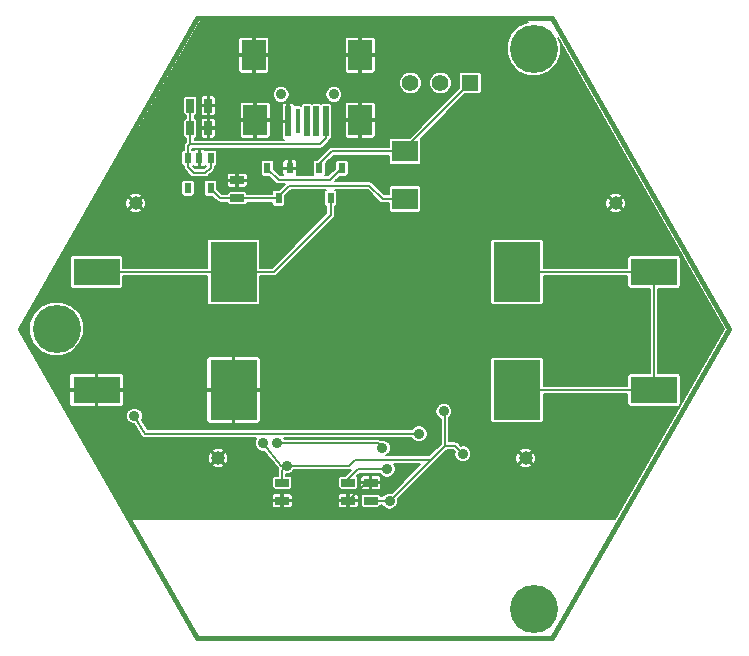
<source format=gtl>
G04 (created by PCBNEW-RS274X (2010-03-14)-final) date Fri 27 Jul 2012 10:12:24 MSK*
G01*
G70*
G90*
%MOIN*%
G04 Gerber Fmt 3.4, Leading zero omitted, Abs format*
%FSLAX34Y34*%
G04 APERTURE LIST*
%ADD10C,0.001000*%
%ADD11C,0.015000*%
%ADD12R,0.024000X0.035000*%
%ADD13R,0.025000X0.045000*%
%ADD14R,0.045000X0.025000*%
%ADD15R,0.086600X0.070900*%
%ADD16R,0.055000X0.055000*%
%ADD17C,0.055000*%
%ADD18C,0.160000*%
%ADD19R,0.157400X0.090500*%
%ADD20R,0.157400X0.200700*%
%ADD21C,0.045000*%
%ADD22R,0.019600X0.100000*%
%ADD23R,0.078700X0.098400*%
%ADD24R,0.017000X0.080000*%
%ADD25C,0.035400*%
%ADD26C,0.035000*%
%ADD27C,0.008000*%
%ADD28C,0.005000*%
G04 APERTURE END LIST*
G54D10*
G54D11*
X45400Y-39699D02*
X51305Y-29331D01*
X51305Y-50000D02*
X45400Y-39699D01*
X63116Y-50000D02*
X51305Y-50000D01*
X69022Y-39699D02*
X63116Y-50000D01*
X63116Y-29331D02*
X69022Y-39699D01*
X51305Y-29331D02*
X63116Y-29331D01*
G54D12*
X51749Y-35000D03*
X50999Y-35000D03*
X50999Y-34000D03*
X51374Y-34000D03*
X51749Y-34000D03*
G54D13*
X51074Y-33000D03*
X51674Y-33000D03*
G54D14*
X52638Y-34739D03*
X52638Y-35339D03*
G54D13*
X51674Y-32250D03*
X51074Y-32250D03*
G54D14*
X57087Y-45418D03*
X57087Y-44818D03*
G54D15*
X58228Y-33777D03*
X58228Y-35357D03*
G54D16*
X60409Y-31496D03*
G54D17*
X59409Y-31496D03*
X58409Y-31496D03*
G54D12*
X53641Y-34342D03*
X54391Y-34342D03*
X54016Y-35342D03*
X55373Y-34342D03*
X56123Y-34342D03*
X55748Y-35342D03*
G54D14*
X54134Y-45418D03*
X54134Y-44818D03*
X56338Y-45418D03*
X56338Y-44818D03*
G54D18*
X62520Y-30354D03*
X46614Y-39685D03*
X62520Y-49016D03*
G54D19*
X66535Y-37795D03*
G54D20*
X61968Y-37795D03*
G54D19*
X47953Y-37795D03*
G54D20*
X52520Y-37795D03*
G54D19*
X47953Y-41732D03*
G54D20*
X52520Y-41732D03*
G54D19*
X66535Y-41732D03*
G54D20*
X61968Y-41732D03*
G54D21*
X62250Y-44000D03*
X52000Y-44000D03*
X49250Y-35500D03*
X65250Y-35500D03*
G54D22*
X54966Y-32774D03*
X55280Y-32774D03*
X54337Y-32774D03*
G54D23*
X56737Y-30569D03*
X56737Y-32734D03*
X53195Y-30569D03*
X53234Y-32734D03*
G54D24*
X54652Y-32750D03*
G54D25*
X55855Y-31875D03*
X54102Y-31875D03*
G54D22*
X55595Y-32774D03*
G54D26*
X59527Y-42441D03*
X53504Y-43504D03*
X60157Y-43858D03*
X54291Y-44252D03*
X57716Y-45433D03*
X57598Y-32716D03*
X55709Y-45433D03*
X54764Y-45433D03*
X57638Y-44370D03*
X57480Y-43661D03*
X53976Y-43504D03*
X49213Y-42598D03*
X58701Y-43189D03*
G54D27*
X59567Y-42481D02*
X59567Y-43582D01*
X59527Y-42441D02*
X59567Y-42481D01*
X54095Y-44252D02*
X54291Y-44252D01*
X53504Y-43504D02*
X54095Y-44252D01*
X54291Y-44252D02*
X56377Y-44252D01*
X56377Y-44252D02*
X56574Y-44055D01*
X56574Y-44055D02*
X59094Y-44055D01*
X60157Y-43858D02*
X59881Y-43582D01*
X59881Y-43582D02*
X59567Y-43582D01*
X59567Y-43582D02*
X59094Y-44055D01*
X59094Y-44055D02*
X57716Y-45433D01*
X54291Y-44252D02*
X54134Y-44409D01*
X54134Y-44409D02*
X54134Y-44818D01*
X57716Y-45433D02*
X57701Y-45418D01*
X57701Y-45418D02*
X57087Y-45418D01*
X47953Y-41732D02*
X52520Y-41732D01*
X56755Y-32716D02*
X57598Y-32716D01*
X56755Y-32716D02*
X56737Y-32734D01*
X54337Y-32774D02*
X53274Y-32774D01*
X53274Y-32774D02*
X53188Y-32688D01*
X53188Y-32688D02*
X53188Y-30576D01*
X53188Y-30576D02*
X53195Y-30569D01*
X53195Y-30569D02*
X56737Y-30569D01*
X56737Y-30569D02*
X56737Y-32734D01*
X56338Y-45418D02*
X55724Y-45418D01*
X55724Y-45418D02*
X55709Y-45433D01*
X57087Y-44818D02*
X56938Y-44818D01*
X56938Y-44818D02*
X56338Y-45418D01*
X54764Y-45433D02*
X54749Y-45418D01*
X54749Y-45418D02*
X54134Y-45418D01*
X57638Y-44370D02*
X56653Y-44370D01*
X56653Y-44370D02*
X56338Y-44685D01*
X56338Y-44685D02*
X56338Y-44818D01*
X51063Y-33543D02*
X55394Y-33543D01*
X55595Y-33342D02*
X55394Y-33543D01*
X55595Y-33342D02*
X55595Y-32774D01*
X50999Y-34000D02*
X50999Y-33607D01*
X50999Y-33607D02*
X51063Y-33543D01*
X51063Y-33543D02*
X51074Y-33532D01*
X51074Y-33532D02*
X51074Y-33000D01*
X51749Y-34000D02*
X51749Y-34314D01*
X50999Y-34306D02*
X50999Y-34000D01*
X51181Y-34488D02*
X50999Y-34306D01*
X51575Y-34488D02*
X51181Y-34488D01*
X51749Y-34314D02*
X51575Y-34488D01*
X51074Y-32250D02*
X51074Y-33000D01*
X57480Y-43661D02*
X57323Y-43504D01*
X57323Y-43504D02*
X53976Y-43504D01*
X49213Y-42598D02*
X49567Y-43189D01*
X49567Y-43189D02*
X58701Y-43189D01*
X61968Y-41732D02*
X66535Y-41732D01*
X66535Y-41732D02*
X66535Y-37795D01*
X66535Y-37795D02*
X61968Y-37795D01*
X53641Y-34342D02*
X53641Y-34350D01*
X53641Y-34350D02*
X54015Y-34724D01*
X54015Y-34724D02*
X55741Y-34724D01*
X55741Y-34724D02*
X56123Y-34342D01*
X58228Y-33777D02*
X58228Y-33677D01*
X58228Y-33677D02*
X60409Y-31496D01*
X55373Y-34342D02*
X55373Y-34193D01*
X55373Y-34193D02*
X55789Y-33777D01*
X55789Y-33777D02*
X58228Y-33777D01*
X47953Y-37795D02*
X52520Y-37795D01*
X52520Y-37795D02*
X53858Y-37795D01*
X55748Y-35342D02*
X55748Y-35905D01*
X55748Y-35905D02*
X53858Y-37795D01*
X54016Y-35342D02*
X54016Y-35276D01*
X54016Y-35276D02*
X54371Y-34921D01*
X54371Y-34921D02*
X57047Y-34921D01*
X57047Y-34921D02*
X57483Y-35357D01*
X57483Y-35357D02*
X58228Y-35357D01*
X52638Y-35339D02*
X54013Y-35339D01*
X54013Y-35339D02*
X54016Y-35342D01*
X51749Y-35000D02*
X51749Y-35017D01*
X51749Y-35017D02*
X52071Y-35339D01*
X52071Y-35339D02*
X52638Y-35339D01*
G54D10*
G36*
X65241Y-46038D02*
X68878Y-39686D01*
X63347Y-29990D01*
X63424Y-30175D01*
X63424Y-30535D01*
X63286Y-30867D01*
X63031Y-31121D01*
X62699Y-31258D01*
X62339Y-31258D01*
X62007Y-31120D01*
X61753Y-30865D01*
X61616Y-30533D01*
X61616Y-30173D01*
X61754Y-29841D01*
X62009Y-29587D01*
X62326Y-29456D01*
X51386Y-29456D01*
X45543Y-39699D01*
X46433Y-41252D01*
X46433Y-40589D01*
X46101Y-40451D01*
X45847Y-40196D01*
X45710Y-39864D01*
X45710Y-39504D01*
X45848Y-39172D01*
X46103Y-38918D01*
X46435Y-38781D01*
X46795Y-38781D01*
X47127Y-38919D01*
X47381Y-39174D01*
X47518Y-39506D01*
X47518Y-39866D01*
X47380Y-40198D01*
X47125Y-40452D01*
X46793Y-40589D01*
X46433Y-40589D01*
X46433Y-41252D01*
X47141Y-42488D01*
X47141Y-42309D01*
X47095Y-42290D01*
X47060Y-42255D01*
X47041Y-42209D01*
X47041Y-41788D01*
X47072Y-41757D01*
X47072Y-41707D01*
X47041Y-41676D01*
X47041Y-41255D01*
X47060Y-41209D01*
X47095Y-41174D01*
X47141Y-41155D01*
X47897Y-41155D01*
X47928Y-41186D01*
X47928Y-41707D01*
X47072Y-41707D01*
X47072Y-41757D01*
X47928Y-41757D01*
X47928Y-42278D01*
X47897Y-42309D01*
X47141Y-42309D01*
X47141Y-42488D01*
X48009Y-44003D01*
X48009Y-42309D01*
X47978Y-42278D01*
X47978Y-41757D01*
X47978Y-41707D01*
X47978Y-41186D01*
X48009Y-41155D01*
X48765Y-41155D01*
X48811Y-41174D01*
X48846Y-41209D01*
X48865Y-41255D01*
X48865Y-41676D01*
X48834Y-41707D01*
X47978Y-41707D01*
X47978Y-41757D01*
X48834Y-41757D01*
X48865Y-41788D01*
X48865Y-42209D01*
X48846Y-42255D01*
X48811Y-42290D01*
X48765Y-42309D01*
X48009Y-42309D01*
X48009Y-44003D01*
X49174Y-46038D01*
X51757Y-46038D01*
X51757Y-44207D01*
X51703Y-44185D01*
X51658Y-44078D01*
X51655Y-43942D01*
X51703Y-43815D01*
X51757Y-43793D01*
X51965Y-44000D01*
X51757Y-44207D01*
X51757Y-46038D01*
X51942Y-46038D01*
X51942Y-44345D01*
X51815Y-44297D01*
X51793Y-44243D01*
X52000Y-44035D01*
X52000Y-43965D01*
X51793Y-43757D01*
X51815Y-43703D01*
X51922Y-43658D01*
X52058Y-43655D01*
X52185Y-43703D01*
X52207Y-43757D01*
X52000Y-43965D01*
X52000Y-44035D01*
X52207Y-44243D01*
X52185Y-44297D01*
X52078Y-44342D01*
X51942Y-44345D01*
X51942Y-46038D01*
X52243Y-46038D01*
X52243Y-44207D01*
X52035Y-44000D01*
X52243Y-43793D01*
X52297Y-43815D01*
X52342Y-43922D01*
X52345Y-44058D01*
X52297Y-44185D01*
X52243Y-44207D01*
X52243Y-46038D01*
X53884Y-46038D01*
X53884Y-45668D01*
X53838Y-45649D01*
X53803Y-45614D01*
X53784Y-45568D01*
X53784Y-45474D01*
X53815Y-45443D01*
X53815Y-45393D01*
X53784Y-45362D01*
X53784Y-45268D01*
X53803Y-45222D01*
X53838Y-45187D01*
X53884Y-45168D01*
X54078Y-45168D01*
X54109Y-45199D01*
X54109Y-45393D01*
X53815Y-45393D01*
X53815Y-45443D01*
X54109Y-45443D01*
X54109Y-45637D01*
X54078Y-45668D01*
X53884Y-45668D01*
X53884Y-46038D01*
X54190Y-46038D01*
X54190Y-45668D01*
X54159Y-45637D01*
X54159Y-45443D01*
X54159Y-45393D01*
X54159Y-45199D01*
X54190Y-45168D01*
X54384Y-45168D01*
X54430Y-45187D01*
X54465Y-45222D01*
X54484Y-45268D01*
X54484Y-45362D01*
X54453Y-45393D01*
X54159Y-45393D01*
X54159Y-45443D01*
X54453Y-45443D01*
X54484Y-45474D01*
X54484Y-45568D01*
X54465Y-45614D01*
X54430Y-45649D01*
X54384Y-45668D01*
X54190Y-45668D01*
X54190Y-46038D01*
X56088Y-46038D01*
X56088Y-45668D01*
X56042Y-45649D01*
X56007Y-45614D01*
X55988Y-45568D01*
X55988Y-45474D01*
X56019Y-45443D01*
X56019Y-45393D01*
X55988Y-45362D01*
X55988Y-45268D01*
X56007Y-45222D01*
X56042Y-45187D01*
X56088Y-45168D01*
X56282Y-45168D01*
X56313Y-45199D01*
X56313Y-45393D01*
X56019Y-45393D01*
X56019Y-45443D01*
X56313Y-45443D01*
X56313Y-45637D01*
X56282Y-45668D01*
X56088Y-45668D01*
X56088Y-46038D01*
X56394Y-46038D01*
X56394Y-45668D01*
X56363Y-45637D01*
X56363Y-45443D01*
X56363Y-45393D01*
X56363Y-45199D01*
X56394Y-45168D01*
X56588Y-45168D01*
X56634Y-45187D01*
X56669Y-45222D01*
X56688Y-45268D01*
X56688Y-45362D01*
X56657Y-45393D01*
X56363Y-45393D01*
X56363Y-45443D01*
X56657Y-45443D01*
X56688Y-45474D01*
X56688Y-45568D01*
X56669Y-45614D01*
X56634Y-45649D01*
X56588Y-45668D01*
X56394Y-45668D01*
X56394Y-46038D01*
X57660Y-46038D01*
X57660Y-45713D01*
X57557Y-45670D01*
X57478Y-45591D01*
X57466Y-45563D01*
X57417Y-45563D01*
X57417Y-45564D01*
X57401Y-45602D01*
X57372Y-45632D01*
X57333Y-45648D01*
X56841Y-45648D01*
X56803Y-45632D01*
X56773Y-45603D01*
X56757Y-45564D01*
X56757Y-45272D01*
X56773Y-45234D01*
X56802Y-45204D01*
X56837Y-45189D01*
X56837Y-45068D01*
X56791Y-45049D01*
X56756Y-45014D01*
X56737Y-44968D01*
X56737Y-44874D01*
X56768Y-44843D01*
X56768Y-44793D01*
X56737Y-44762D01*
X56737Y-44668D01*
X56756Y-44622D01*
X56791Y-44587D01*
X56837Y-44568D01*
X57031Y-44568D01*
X57062Y-44599D01*
X57062Y-44793D01*
X56768Y-44793D01*
X56768Y-44843D01*
X57062Y-44843D01*
X57062Y-45037D01*
X57031Y-45068D01*
X56837Y-45068D01*
X56837Y-45189D01*
X56841Y-45188D01*
X57143Y-45188D01*
X57143Y-45068D01*
X57112Y-45037D01*
X57112Y-44843D01*
X57112Y-44793D01*
X57112Y-44599D01*
X57143Y-44568D01*
X57337Y-44568D01*
X57383Y-44587D01*
X57418Y-44622D01*
X57437Y-44668D01*
X57437Y-44762D01*
X57406Y-44793D01*
X57112Y-44793D01*
X57112Y-44843D01*
X57406Y-44843D01*
X57437Y-44874D01*
X57437Y-44968D01*
X57418Y-45014D01*
X57383Y-45049D01*
X57337Y-45068D01*
X57143Y-45068D01*
X57143Y-45188D01*
X57333Y-45188D01*
X57371Y-45204D01*
X57401Y-45233D01*
X57417Y-45272D01*
X57417Y-45273D01*
X57479Y-45273D01*
X57558Y-45195D01*
X57661Y-45153D01*
X57772Y-45153D01*
X57784Y-45158D01*
X58743Y-44200D01*
X57864Y-44199D01*
X57876Y-44212D01*
X57918Y-44315D01*
X57918Y-44426D01*
X57875Y-44529D01*
X57796Y-44608D01*
X57693Y-44650D01*
X57582Y-44650D01*
X57479Y-44607D01*
X57400Y-44528D01*
X57394Y-44515D01*
X56713Y-44515D01*
X56623Y-44605D01*
X56652Y-44633D01*
X56668Y-44672D01*
X56668Y-44964D01*
X56652Y-45002D01*
X56623Y-45032D01*
X56584Y-45048D01*
X56092Y-45048D01*
X56054Y-45032D01*
X56024Y-45003D01*
X56008Y-44964D01*
X56008Y-44672D01*
X56024Y-44634D01*
X56053Y-44604D01*
X56092Y-44588D01*
X56231Y-44588D01*
X56235Y-44582D01*
X56431Y-44386D01*
X56377Y-44398D01*
X56372Y-44397D01*
X54533Y-44397D01*
X54528Y-44411D01*
X54449Y-44490D01*
X54346Y-44532D01*
X54279Y-44532D01*
X54279Y-44588D01*
X54380Y-44588D01*
X54418Y-44604D01*
X54448Y-44633D01*
X54464Y-44672D01*
X54464Y-44964D01*
X54448Y-45002D01*
X54419Y-45032D01*
X54380Y-45048D01*
X53888Y-45048D01*
X53850Y-45032D01*
X53820Y-45003D01*
X53804Y-44964D01*
X53804Y-44672D01*
X53820Y-44634D01*
X53849Y-44604D01*
X53888Y-44588D01*
X53989Y-44588D01*
X53989Y-44413D01*
X53988Y-44409D01*
X53998Y-44359D01*
X53992Y-44355D01*
X53986Y-44346D01*
X53981Y-44342D01*
X53540Y-43784D01*
X53448Y-43784D01*
X53345Y-43741D01*
X53266Y-43662D01*
X53224Y-43559D01*
X53224Y-43448D01*
X53267Y-43345D01*
X53278Y-43333D01*
X49567Y-43334D01*
X49550Y-43330D01*
X49531Y-43330D01*
X49520Y-43324D01*
X49512Y-43323D01*
X49492Y-43310D01*
X49480Y-43304D01*
X49476Y-43299D01*
X49464Y-43292D01*
X49452Y-43274D01*
X49442Y-43263D01*
X49212Y-42878D01*
X49157Y-42878D01*
X49054Y-42835D01*
X48975Y-42756D01*
X48933Y-42653D01*
X48933Y-42542D01*
X48976Y-42439D01*
X49055Y-42360D01*
X49158Y-42318D01*
X49269Y-42318D01*
X49372Y-42361D01*
X49451Y-42440D01*
X49493Y-42543D01*
X49493Y-42654D01*
X49460Y-42730D01*
X49649Y-43044D01*
X51712Y-43044D01*
X51712Y-42860D01*
X51708Y-42860D01*
X51662Y-42841D01*
X51627Y-42806D01*
X51608Y-42760D01*
X51608Y-41788D01*
X51639Y-41757D01*
X51712Y-41757D01*
X51712Y-41707D01*
X51639Y-41707D01*
X51608Y-41676D01*
X51608Y-40704D01*
X51627Y-40658D01*
X51662Y-40623D01*
X51708Y-40604D01*
X51712Y-40604D01*
X51712Y-38903D01*
X51674Y-38887D01*
X51644Y-38858D01*
X51628Y-38819D01*
X51628Y-37940D01*
X48845Y-37940D01*
X48845Y-38268D01*
X48829Y-38306D01*
X48800Y-38336D01*
X48761Y-38352D01*
X47145Y-38352D01*
X47107Y-38336D01*
X47077Y-38307D01*
X47061Y-38268D01*
X47061Y-37322D01*
X47077Y-37284D01*
X47106Y-37254D01*
X47145Y-37238D01*
X48761Y-37238D01*
X48799Y-37254D01*
X48829Y-37283D01*
X48845Y-37322D01*
X48845Y-37650D01*
X49007Y-37650D01*
X49007Y-35707D01*
X48953Y-35685D01*
X48908Y-35578D01*
X48905Y-35442D01*
X48953Y-35315D01*
X49007Y-35293D01*
X49215Y-35500D01*
X49007Y-35707D01*
X49007Y-37650D01*
X49192Y-37650D01*
X49192Y-35845D01*
X49065Y-35797D01*
X49043Y-35743D01*
X49250Y-35535D01*
X49250Y-35465D01*
X49043Y-35257D01*
X49065Y-35203D01*
X49172Y-35158D01*
X49308Y-35155D01*
X49435Y-35203D01*
X49457Y-35257D01*
X49250Y-35465D01*
X49250Y-35535D01*
X49457Y-35743D01*
X49435Y-35797D01*
X49328Y-35842D01*
X49192Y-35845D01*
X49192Y-37650D01*
X49493Y-37650D01*
X49493Y-35707D01*
X49285Y-35500D01*
X49493Y-35293D01*
X49547Y-35315D01*
X49592Y-35422D01*
X49595Y-35558D01*
X49547Y-35685D01*
X49493Y-35707D01*
X49493Y-37650D01*
X50858Y-37650D01*
X50858Y-35280D01*
X50820Y-35264D01*
X50790Y-35235D01*
X50774Y-35196D01*
X50774Y-34804D01*
X50790Y-34766D01*
X50819Y-34736D01*
X50858Y-34720D01*
X51140Y-34720D01*
X51178Y-34736D01*
X51208Y-34765D01*
X51224Y-34804D01*
X51224Y-35196D01*
X51208Y-35234D01*
X51179Y-35264D01*
X51140Y-35280D01*
X50858Y-35280D01*
X50858Y-37650D01*
X51628Y-37650D01*
X51628Y-36771D01*
X51644Y-36733D01*
X51673Y-36703D01*
X51712Y-36687D01*
X53328Y-36687D01*
X53366Y-36703D01*
X53396Y-36732D01*
X53412Y-36771D01*
X53412Y-37650D01*
X53797Y-37650D01*
X55603Y-35844D01*
X55603Y-35620D01*
X55569Y-35606D01*
X55539Y-35577D01*
X55523Y-35538D01*
X55523Y-35146D01*
X55539Y-35108D01*
X55568Y-35078D01*
X55597Y-35066D01*
X54431Y-35066D01*
X54241Y-35256D01*
X54241Y-35538D01*
X54225Y-35576D01*
X54196Y-35606D01*
X54157Y-35622D01*
X53875Y-35622D01*
X53837Y-35606D01*
X53807Y-35577D01*
X53791Y-35538D01*
X53791Y-35484D01*
X52968Y-35484D01*
X52968Y-35485D01*
X52952Y-35523D01*
X52923Y-35553D01*
X52884Y-35569D01*
X52392Y-35569D01*
X52354Y-35553D01*
X52324Y-35524D01*
X52308Y-35485D01*
X52308Y-35484D01*
X52071Y-35484D01*
X52016Y-35473D01*
X51968Y-35442D01*
X51966Y-35439D01*
X51806Y-35280D01*
X51608Y-35280D01*
X51570Y-35264D01*
X51540Y-35235D01*
X51524Y-35196D01*
X51524Y-34804D01*
X51540Y-34766D01*
X51569Y-34736D01*
X51575Y-34733D01*
X51575Y-34634D01*
X51570Y-34633D01*
X51181Y-34633D01*
X51126Y-34622D01*
X51078Y-34591D01*
X51076Y-34588D01*
X50896Y-34409D01*
X50865Y-34362D01*
X50853Y-34306D01*
X50854Y-34301D01*
X50854Y-34278D01*
X50820Y-34264D01*
X50790Y-34235D01*
X50774Y-34196D01*
X50774Y-33804D01*
X50790Y-33766D01*
X50819Y-33736D01*
X50854Y-33721D01*
X50854Y-33611D01*
X50853Y-33607D01*
X50865Y-33551D01*
X50896Y-33504D01*
X50929Y-33471D01*
X50929Y-33330D01*
X50928Y-33330D01*
X50890Y-33314D01*
X50860Y-33285D01*
X50844Y-33246D01*
X50844Y-32754D01*
X50860Y-32716D01*
X50889Y-32686D01*
X50928Y-32670D01*
X50929Y-32670D01*
X50929Y-32580D01*
X50928Y-32580D01*
X50890Y-32564D01*
X50860Y-32535D01*
X50844Y-32496D01*
X50844Y-32004D01*
X50860Y-31966D01*
X50889Y-31936D01*
X50928Y-31920D01*
X51220Y-31920D01*
X51258Y-31936D01*
X51288Y-31965D01*
X51304Y-32004D01*
X51304Y-32496D01*
X51288Y-32534D01*
X51259Y-32564D01*
X51220Y-32580D01*
X51219Y-32580D01*
X51219Y-32670D01*
X51220Y-32670D01*
X51258Y-32686D01*
X51288Y-32715D01*
X51304Y-32754D01*
X51304Y-33246D01*
X51288Y-33284D01*
X51259Y-33314D01*
X51220Y-33330D01*
X51219Y-33330D01*
X51219Y-33398D01*
X51524Y-33398D01*
X51524Y-33350D01*
X51478Y-33331D01*
X51443Y-33296D01*
X51424Y-33250D01*
X51424Y-33056D01*
X51455Y-33025D01*
X51455Y-32975D01*
X51424Y-32944D01*
X51424Y-32750D01*
X51443Y-32704D01*
X51478Y-32669D01*
X51524Y-32650D01*
X51524Y-32600D01*
X51478Y-32581D01*
X51443Y-32546D01*
X51424Y-32500D01*
X51424Y-32306D01*
X51455Y-32275D01*
X51455Y-32225D01*
X51424Y-32194D01*
X51424Y-32000D01*
X51443Y-31954D01*
X51478Y-31919D01*
X51524Y-31900D01*
X51618Y-31900D01*
X51649Y-31931D01*
X51649Y-32225D01*
X51455Y-32225D01*
X51455Y-32275D01*
X51649Y-32275D01*
X51649Y-32569D01*
X51618Y-32600D01*
X51524Y-32600D01*
X51524Y-32650D01*
X51618Y-32650D01*
X51649Y-32681D01*
X51649Y-32975D01*
X51455Y-32975D01*
X51455Y-33025D01*
X51649Y-33025D01*
X51649Y-33319D01*
X51618Y-33350D01*
X51524Y-33350D01*
X51524Y-33398D01*
X51730Y-33398D01*
X51730Y-33350D01*
X51699Y-33319D01*
X51699Y-33025D01*
X51699Y-32975D01*
X51699Y-32681D01*
X51730Y-32650D01*
X51730Y-32600D01*
X51699Y-32569D01*
X51699Y-32275D01*
X51699Y-32225D01*
X51699Y-31931D01*
X51730Y-31900D01*
X51824Y-31900D01*
X51870Y-31919D01*
X51905Y-31954D01*
X51924Y-32000D01*
X51924Y-32194D01*
X51893Y-32225D01*
X51699Y-32225D01*
X51699Y-32275D01*
X51893Y-32275D01*
X51924Y-32306D01*
X51924Y-32500D01*
X51905Y-32546D01*
X51870Y-32581D01*
X51824Y-32600D01*
X51730Y-32600D01*
X51730Y-32650D01*
X51824Y-32650D01*
X51870Y-32669D01*
X51905Y-32704D01*
X51924Y-32750D01*
X51924Y-32944D01*
X51893Y-32975D01*
X51699Y-32975D01*
X51699Y-33025D01*
X51893Y-33025D01*
X51924Y-33056D01*
X51924Y-33250D01*
X51905Y-33296D01*
X51870Y-33331D01*
X51824Y-33350D01*
X51730Y-33350D01*
X51730Y-33398D01*
X52816Y-33398D01*
X52816Y-33351D01*
X52770Y-33332D01*
X52735Y-33297D01*
X52716Y-33251D01*
X52716Y-32790D01*
X52747Y-32759D01*
X52747Y-32709D01*
X52716Y-32678D01*
X52716Y-32217D01*
X52735Y-32171D01*
X52770Y-32136D01*
X52777Y-32133D01*
X52777Y-31186D01*
X52731Y-31167D01*
X52696Y-31132D01*
X52677Y-31086D01*
X52677Y-30625D01*
X52708Y-30594D01*
X52708Y-30544D01*
X52677Y-30513D01*
X52677Y-30052D01*
X52696Y-30006D01*
X52731Y-29971D01*
X52777Y-29952D01*
X53139Y-29952D01*
X53170Y-29983D01*
X53170Y-30544D01*
X52708Y-30544D01*
X52708Y-30594D01*
X53170Y-30594D01*
X53170Y-31155D01*
X53139Y-31186D01*
X52777Y-31186D01*
X52777Y-32133D01*
X52816Y-32117D01*
X53178Y-32117D01*
X53209Y-32148D01*
X53209Y-32709D01*
X52747Y-32709D01*
X52747Y-32759D01*
X53209Y-32759D01*
X53209Y-33320D01*
X53178Y-33351D01*
X52816Y-33351D01*
X52816Y-33398D01*
X53251Y-33398D01*
X53251Y-31186D01*
X53220Y-31155D01*
X53220Y-30594D01*
X53220Y-30544D01*
X53220Y-29983D01*
X53251Y-29952D01*
X53613Y-29952D01*
X53659Y-29971D01*
X53694Y-30006D01*
X53713Y-30052D01*
X53713Y-30513D01*
X53682Y-30544D01*
X53220Y-30544D01*
X53220Y-30594D01*
X53682Y-30594D01*
X53713Y-30625D01*
X53713Y-31086D01*
X53694Y-31132D01*
X53659Y-31167D01*
X53613Y-31186D01*
X53251Y-31186D01*
X53251Y-33398D01*
X53290Y-33398D01*
X53290Y-33351D01*
X53259Y-33320D01*
X53259Y-32759D01*
X53259Y-32709D01*
X53259Y-32148D01*
X53290Y-32117D01*
X53652Y-32117D01*
X53698Y-32136D01*
X53733Y-32171D01*
X53752Y-32217D01*
X53752Y-32678D01*
X53721Y-32709D01*
X53259Y-32709D01*
X53259Y-32759D01*
X53721Y-32759D01*
X53752Y-32790D01*
X53752Y-33251D01*
X53733Y-33297D01*
X53698Y-33332D01*
X53652Y-33351D01*
X53290Y-33351D01*
X53290Y-33398D01*
X54046Y-33398D01*
X54046Y-32157D01*
X53942Y-32114D01*
X53863Y-32035D01*
X53820Y-31931D01*
X53820Y-31819D01*
X53863Y-31715D01*
X53942Y-31636D01*
X54046Y-31593D01*
X54158Y-31593D01*
X54262Y-31636D01*
X54341Y-31715D01*
X54384Y-31819D01*
X54384Y-31931D01*
X54341Y-32035D01*
X54262Y-32114D01*
X54158Y-32157D01*
X54046Y-32157D01*
X54046Y-33398D01*
X54211Y-33398D01*
X54168Y-33380D01*
X54133Y-33345D01*
X54114Y-33299D01*
X54114Y-32830D01*
X54145Y-32799D01*
X54145Y-32749D01*
X54114Y-32718D01*
X54114Y-32249D01*
X54133Y-32203D01*
X54168Y-32168D01*
X54214Y-32149D01*
X54281Y-32149D01*
X54312Y-32180D01*
X54312Y-32749D01*
X54145Y-32749D01*
X54145Y-32799D01*
X54312Y-32799D01*
X54362Y-32799D01*
X54362Y-32749D01*
X54362Y-32180D01*
X54393Y-32149D01*
X54460Y-32149D01*
X54506Y-32168D01*
X54541Y-32203D01*
X54558Y-32245D01*
X54758Y-32245D01*
X54765Y-32247D01*
X54779Y-32215D01*
X54808Y-32185D01*
X54847Y-32169D01*
X55085Y-32169D01*
X55122Y-32184D01*
X55161Y-32169D01*
X55399Y-32169D01*
X55437Y-32185D01*
X55476Y-32169D01*
X55714Y-32169D01*
X55752Y-32185D01*
X55782Y-32214D01*
X55798Y-32253D01*
X55798Y-33295D01*
X55782Y-33333D01*
X55753Y-33363D01*
X55734Y-33370D01*
X55729Y-33397D01*
X55698Y-33445D01*
X55695Y-33446D01*
X55497Y-33646D01*
X55450Y-33677D01*
X55394Y-33689D01*
X55389Y-33688D01*
X51144Y-33688D01*
X51144Y-33721D01*
X51169Y-33732D01*
X51183Y-33719D01*
X51229Y-33700D01*
X51318Y-33700D01*
X51349Y-33731D01*
X51349Y-33975D01*
X51349Y-34025D01*
X51349Y-34269D01*
X51318Y-34300D01*
X51229Y-34300D01*
X51183Y-34281D01*
X51169Y-34267D01*
X51167Y-34268D01*
X51241Y-34343D01*
X51514Y-34343D01*
X51586Y-34271D01*
X51578Y-34267D01*
X51565Y-34281D01*
X51519Y-34300D01*
X51430Y-34300D01*
X51399Y-34269D01*
X51399Y-34025D01*
X51399Y-33975D01*
X51399Y-33731D01*
X51430Y-33700D01*
X51519Y-33700D01*
X51565Y-33719D01*
X51578Y-33732D01*
X51608Y-33720D01*
X51890Y-33720D01*
X51928Y-33736D01*
X51958Y-33765D01*
X51974Y-33804D01*
X51974Y-34196D01*
X51958Y-34234D01*
X51929Y-34264D01*
X51894Y-34278D01*
X51894Y-34309D01*
X51895Y-34314D01*
X51883Y-34370D01*
X51870Y-34388D01*
X51852Y-34417D01*
X51849Y-34418D01*
X51678Y-34591D01*
X51631Y-34622D01*
X51575Y-34634D01*
X51575Y-34733D01*
X51608Y-34720D01*
X51890Y-34720D01*
X51928Y-34736D01*
X51958Y-34765D01*
X51974Y-34804D01*
X51974Y-35036D01*
X52131Y-35194D01*
X52308Y-35194D01*
X52308Y-35193D01*
X52324Y-35155D01*
X52353Y-35125D01*
X52388Y-35110D01*
X52388Y-34989D01*
X52342Y-34970D01*
X52307Y-34935D01*
X52288Y-34889D01*
X52288Y-34795D01*
X52319Y-34764D01*
X52319Y-34714D01*
X52288Y-34683D01*
X52288Y-34589D01*
X52307Y-34543D01*
X52342Y-34508D01*
X52388Y-34489D01*
X52582Y-34489D01*
X52613Y-34520D01*
X52613Y-34714D01*
X52319Y-34714D01*
X52319Y-34764D01*
X52613Y-34764D01*
X52613Y-34958D01*
X52582Y-34989D01*
X52388Y-34989D01*
X52388Y-35110D01*
X52392Y-35109D01*
X52694Y-35109D01*
X52694Y-34989D01*
X52663Y-34958D01*
X52663Y-34764D01*
X52663Y-34714D01*
X52663Y-34520D01*
X52694Y-34489D01*
X52888Y-34489D01*
X52934Y-34508D01*
X52969Y-34543D01*
X52988Y-34589D01*
X52988Y-34683D01*
X52957Y-34714D01*
X52663Y-34714D01*
X52663Y-34764D01*
X52957Y-34764D01*
X52988Y-34795D01*
X52988Y-34889D01*
X52969Y-34935D01*
X52934Y-34970D01*
X52888Y-34989D01*
X52694Y-34989D01*
X52694Y-35109D01*
X52884Y-35109D01*
X52922Y-35125D01*
X52952Y-35154D01*
X52968Y-35193D01*
X52968Y-35194D01*
X53791Y-35194D01*
X53791Y-35146D01*
X53807Y-35108D01*
X53836Y-35078D01*
X53875Y-35062D01*
X54024Y-35062D01*
X54217Y-34869D01*
X54015Y-34869D01*
X54014Y-34868D01*
X54014Y-34869D01*
X54000Y-34866D01*
X53960Y-34858D01*
X53958Y-34857D01*
X53947Y-34850D01*
X53912Y-34827D01*
X53910Y-34824D01*
X53707Y-34622D01*
X53500Y-34622D01*
X53462Y-34606D01*
X53432Y-34577D01*
X53416Y-34538D01*
X53416Y-34146D01*
X53432Y-34108D01*
X53461Y-34078D01*
X53500Y-34062D01*
X53782Y-34062D01*
X53820Y-34078D01*
X53850Y-34107D01*
X53866Y-34146D01*
X53866Y-34369D01*
X54075Y-34579D01*
X54161Y-34579D01*
X54146Y-34542D01*
X54146Y-34398D01*
X54177Y-34367D01*
X54177Y-34317D01*
X54146Y-34286D01*
X54146Y-34142D01*
X54165Y-34096D01*
X54200Y-34061D01*
X54246Y-34042D01*
X54335Y-34042D01*
X54366Y-34073D01*
X54366Y-34317D01*
X54177Y-34317D01*
X54177Y-34367D01*
X54366Y-34367D01*
X54416Y-34367D01*
X54416Y-34317D01*
X54416Y-34073D01*
X54447Y-34042D01*
X54536Y-34042D01*
X54582Y-34061D01*
X54617Y-34096D01*
X54636Y-34142D01*
X54636Y-34286D01*
X54605Y-34317D01*
X54416Y-34317D01*
X54416Y-34367D01*
X54605Y-34367D01*
X54636Y-34398D01*
X54636Y-34542D01*
X54620Y-34579D01*
X55166Y-34579D01*
X55164Y-34577D01*
X55148Y-34538D01*
X55148Y-34146D01*
X55164Y-34108D01*
X55193Y-34078D01*
X55232Y-34062D01*
X55298Y-34062D01*
X55686Y-33674D01*
X55734Y-33643D01*
X55789Y-33632D01*
X55799Y-33632D01*
X55799Y-32157D01*
X55695Y-32114D01*
X55616Y-32035D01*
X55573Y-31931D01*
X55573Y-31819D01*
X55616Y-31715D01*
X55695Y-31636D01*
X55799Y-31593D01*
X55911Y-31593D01*
X56015Y-31636D01*
X56094Y-31715D01*
X56137Y-31819D01*
X56137Y-31931D01*
X56094Y-32035D01*
X56015Y-32114D01*
X55911Y-32157D01*
X55799Y-32157D01*
X55799Y-33632D01*
X56319Y-33632D01*
X56319Y-33351D01*
X56273Y-33332D01*
X56238Y-33297D01*
X56219Y-33251D01*
X56219Y-32790D01*
X56250Y-32759D01*
X56250Y-32709D01*
X56219Y-32678D01*
X56219Y-32217D01*
X56238Y-32171D01*
X56273Y-32136D01*
X56319Y-32117D01*
X56319Y-31186D01*
X56273Y-31167D01*
X56238Y-31132D01*
X56219Y-31086D01*
X56219Y-30625D01*
X56250Y-30594D01*
X56250Y-30544D01*
X56219Y-30513D01*
X56219Y-30052D01*
X56238Y-30006D01*
X56273Y-29971D01*
X56319Y-29952D01*
X56681Y-29952D01*
X56712Y-29983D01*
X56712Y-30544D01*
X56250Y-30544D01*
X56250Y-30594D01*
X56712Y-30594D01*
X56712Y-31155D01*
X56681Y-31186D01*
X56319Y-31186D01*
X56319Y-32117D01*
X56681Y-32117D01*
X56712Y-32148D01*
X56712Y-32709D01*
X56250Y-32709D01*
X56250Y-32759D01*
X56712Y-32759D01*
X56712Y-33320D01*
X56681Y-33351D01*
X56319Y-33351D01*
X56319Y-33632D01*
X56793Y-33632D01*
X56793Y-33351D01*
X56762Y-33320D01*
X56762Y-32759D01*
X56762Y-32709D01*
X56762Y-32148D01*
X56793Y-32117D01*
X56793Y-31186D01*
X56762Y-31155D01*
X56762Y-30594D01*
X56762Y-30544D01*
X56762Y-29983D01*
X56793Y-29952D01*
X57155Y-29952D01*
X57201Y-29971D01*
X57236Y-30006D01*
X57255Y-30052D01*
X57255Y-30513D01*
X57224Y-30544D01*
X56762Y-30544D01*
X56762Y-30594D01*
X57224Y-30594D01*
X57255Y-30625D01*
X57255Y-31086D01*
X57236Y-31132D01*
X57201Y-31167D01*
X57155Y-31186D01*
X56793Y-31186D01*
X56793Y-32117D01*
X57155Y-32117D01*
X57201Y-32136D01*
X57236Y-32171D01*
X57255Y-32217D01*
X57255Y-32678D01*
X57224Y-32709D01*
X56762Y-32709D01*
X56762Y-32759D01*
X57224Y-32759D01*
X57255Y-32790D01*
X57255Y-33251D01*
X57236Y-33297D01*
X57201Y-33332D01*
X57155Y-33351D01*
X56793Y-33351D01*
X56793Y-33632D01*
X57690Y-33632D01*
X57690Y-33402D01*
X57706Y-33364D01*
X57735Y-33334D01*
X57774Y-33318D01*
X58333Y-33318D01*
X58333Y-31876D01*
X58193Y-31818D01*
X58087Y-31711D01*
X58029Y-31571D01*
X58029Y-31420D01*
X58087Y-31280D01*
X58194Y-31174D01*
X58334Y-31116D01*
X58485Y-31116D01*
X58625Y-31174D01*
X58731Y-31281D01*
X58789Y-31421D01*
X58789Y-31572D01*
X58731Y-31712D01*
X58624Y-31818D01*
X58484Y-31876D01*
X58333Y-31876D01*
X58333Y-33318D01*
X58381Y-33318D01*
X59333Y-32366D01*
X59333Y-31876D01*
X59193Y-31818D01*
X59087Y-31711D01*
X59029Y-31571D01*
X59029Y-31420D01*
X59087Y-31280D01*
X59194Y-31174D01*
X59334Y-31116D01*
X59485Y-31116D01*
X59625Y-31174D01*
X59731Y-31281D01*
X59789Y-31421D01*
X59789Y-31572D01*
X59731Y-31712D01*
X59624Y-31818D01*
X59484Y-31876D01*
X59333Y-31876D01*
X59333Y-32366D01*
X60029Y-31670D01*
X60029Y-31200D01*
X60045Y-31162D01*
X60074Y-31132D01*
X60113Y-31116D01*
X60705Y-31116D01*
X60743Y-31132D01*
X60773Y-31161D01*
X60789Y-31200D01*
X60789Y-31792D01*
X60773Y-31830D01*
X60744Y-31860D01*
X60705Y-31876D01*
X60234Y-31876D01*
X58748Y-33361D01*
X58750Y-33363D01*
X58766Y-33402D01*
X58766Y-34152D01*
X58750Y-34190D01*
X58721Y-34220D01*
X58682Y-34236D01*
X57774Y-34236D01*
X57736Y-34220D01*
X57706Y-34191D01*
X57690Y-34152D01*
X57690Y-33922D01*
X55849Y-33922D01*
X55598Y-34173D01*
X55598Y-34538D01*
X55582Y-34576D01*
X55579Y-34579D01*
X55680Y-34579D01*
X55898Y-34361D01*
X55898Y-34146D01*
X55914Y-34108D01*
X55943Y-34078D01*
X55982Y-34062D01*
X56264Y-34062D01*
X56302Y-34078D01*
X56332Y-34107D01*
X56348Y-34146D01*
X56348Y-34538D01*
X56332Y-34576D01*
X56303Y-34606D01*
X56264Y-34622D01*
X56048Y-34622D01*
X55894Y-34776D01*
X57042Y-34776D01*
X57047Y-34775D01*
X57103Y-34787D01*
X57150Y-34818D01*
X57543Y-35212D01*
X57690Y-35212D01*
X57690Y-34982D01*
X57706Y-34944D01*
X57735Y-34914D01*
X57774Y-34898D01*
X58682Y-34898D01*
X58720Y-34914D01*
X58750Y-34943D01*
X58766Y-34982D01*
X58766Y-35732D01*
X58750Y-35770D01*
X58721Y-35800D01*
X58682Y-35816D01*
X57774Y-35816D01*
X57736Y-35800D01*
X57706Y-35771D01*
X57690Y-35732D01*
X57690Y-35502D01*
X57483Y-35502D01*
X57428Y-35491D01*
X57380Y-35460D01*
X57378Y-35457D01*
X56986Y-35066D01*
X55898Y-35066D01*
X55927Y-35078D01*
X55957Y-35107D01*
X55973Y-35146D01*
X55973Y-35538D01*
X55957Y-35576D01*
X55928Y-35606D01*
X55893Y-35620D01*
X55893Y-35905D01*
X55892Y-35905D01*
X55893Y-35906D01*
X55890Y-35917D01*
X55882Y-35960D01*
X55851Y-36008D01*
X55848Y-36009D01*
X53961Y-37898D01*
X53914Y-37929D01*
X53858Y-37941D01*
X53853Y-37940D01*
X53412Y-37940D01*
X53412Y-38819D01*
X53396Y-38857D01*
X53367Y-38887D01*
X53328Y-38903D01*
X51712Y-38903D01*
X51712Y-40604D01*
X52464Y-40604D01*
X52495Y-40635D01*
X52495Y-41707D01*
X51712Y-41707D01*
X51712Y-41757D01*
X52495Y-41757D01*
X52495Y-42829D01*
X52464Y-42860D01*
X51712Y-42860D01*
X51712Y-43044D01*
X52576Y-43044D01*
X52576Y-42860D01*
X52545Y-42829D01*
X52545Y-41757D01*
X52545Y-41707D01*
X52545Y-40635D01*
X52576Y-40604D01*
X53332Y-40604D01*
X53378Y-40623D01*
X53413Y-40658D01*
X53432Y-40704D01*
X53432Y-41676D01*
X53401Y-41707D01*
X52545Y-41707D01*
X52545Y-41757D01*
X53401Y-41757D01*
X53432Y-41788D01*
X53432Y-42760D01*
X53413Y-42806D01*
X53378Y-42841D01*
X53332Y-42860D01*
X52576Y-42860D01*
X52576Y-43044D01*
X58458Y-43044D01*
X58464Y-43030D01*
X58543Y-42951D01*
X58646Y-42909D01*
X58757Y-42909D01*
X58860Y-42952D01*
X58939Y-43031D01*
X58981Y-43134D01*
X58981Y-43245D01*
X58938Y-43348D01*
X58859Y-43427D01*
X58756Y-43469D01*
X58645Y-43469D01*
X58542Y-43426D01*
X58463Y-43347D01*
X58457Y-43334D01*
X54202Y-43333D01*
X54214Y-43346D01*
X54219Y-43359D01*
X57318Y-43359D01*
X57323Y-43358D01*
X57379Y-43370D01*
X57406Y-43388D01*
X57425Y-43381D01*
X57536Y-43381D01*
X57639Y-43424D01*
X57718Y-43503D01*
X57760Y-43606D01*
X57760Y-43717D01*
X57717Y-43820D01*
X57638Y-43899D01*
X57611Y-43910D01*
X59033Y-43910D01*
X59422Y-43521D01*
X59422Y-42700D01*
X59368Y-42678D01*
X59289Y-42599D01*
X59247Y-42496D01*
X59247Y-42385D01*
X59290Y-42282D01*
X59369Y-42203D01*
X59472Y-42161D01*
X59583Y-42161D01*
X59686Y-42204D01*
X59765Y-42283D01*
X59807Y-42386D01*
X59807Y-42497D01*
X59764Y-42600D01*
X59712Y-42652D01*
X59712Y-43437D01*
X59876Y-43437D01*
X59881Y-43436D01*
X59937Y-43448D01*
X59984Y-43479D01*
X60088Y-43583D01*
X60102Y-43578D01*
X60213Y-43578D01*
X60316Y-43621D01*
X60395Y-43700D01*
X60437Y-43803D01*
X60437Y-43914D01*
X60394Y-44017D01*
X60315Y-44096D01*
X60212Y-44138D01*
X60101Y-44138D01*
X59998Y-44095D01*
X59919Y-44016D01*
X59877Y-43913D01*
X59877Y-43802D01*
X59882Y-43789D01*
X59820Y-43726D01*
X59627Y-43727D01*
X59197Y-44158D01*
X59194Y-44159D01*
X57990Y-45364D01*
X57996Y-45378D01*
X57996Y-45489D01*
X57953Y-45592D01*
X57874Y-45671D01*
X57771Y-45713D01*
X57660Y-45713D01*
X57660Y-46038D01*
X61160Y-46038D01*
X61160Y-42840D01*
X61122Y-42824D01*
X61092Y-42795D01*
X61076Y-42756D01*
X61076Y-40708D01*
X61092Y-40670D01*
X61121Y-40640D01*
X61160Y-40624D01*
X62776Y-40624D01*
X62814Y-40640D01*
X62844Y-40669D01*
X62860Y-40708D01*
X62860Y-41587D01*
X65643Y-41587D01*
X65643Y-41259D01*
X65659Y-41221D01*
X65688Y-41191D01*
X65727Y-41175D01*
X66390Y-41175D01*
X66390Y-38352D01*
X65727Y-38352D01*
X65689Y-38336D01*
X65659Y-38307D01*
X65643Y-38268D01*
X65643Y-37940D01*
X62860Y-37940D01*
X62860Y-38819D01*
X62844Y-38857D01*
X62815Y-38887D01*
X62776Y-38903D01*
X61160Y-38903D01*
X61122Y-38887D01*
X61092Y-38858D01*
X61076Y-38819D01*
X61076Y-36771D01*
X61092Y-36733D01*
X61121Y-36703D01*
X61160Y-36687D01*
X62776Y-36687D01*
X62814Y-36703D01*
X62844Y-36732D01*
X62860Y-36771D01*
X62860Y-37650D01*
X65007Y-37650D01*
X65007Y-35707D01*
X64953Y-35685D01*
X64908Y-35578D01*
X64905Y-35442D01*
X64953Y-35315D01*
X65007Y-35293D01*
X65215Y-35500D01*
X65007Y-35707D01*
X65007Y-37650D01*
X65192Y-37650D01*
X65192Y-35845D01*
X65065Y-35797D01*
X65043Y-35743D01*
X65250Y-35535D01*
X65250Y-35465D01*
X65043Y-35257D01*
X65065Y-35203D01*
X65172Y-35158D01*
X65308Y-35155D01*
X65435Y-35203D01*
X65457Y-35257D01*
X65250Y-35465D01*
X65250Y-35535D01*
X65457Y-35743D01*
X65435Y-35797D01*
X65328Y-35842D01*
X65192Y-35845D01*
X65192Y-37650D01*
X65493Y-37650D01*
X65493Y-35707D01*
X65285Y-35500D01*
X65493Y-35293D01*
X65547Y-35315D01*
X65592Y-35422D01*
X65595Y-35558D01*
X65547Y-35685D01*
X65493Y-35707D01*
X65493Y-37650D01*
X65643Y-37650D01*
X65643Y-37322D01*
X65659Y-37284D01*
X65688Y-37254D01*
X65727Y-37238D01*
X67343Y-37238D01*
X67381Y-37254D01*
X67411Y-37283D01*
X67427Y-37322D01*
X67427Y-38268D01*
X67411Y-38306D01*
X67382Y-38336D01*
X67343Y-38352D01*
X66680Y-38352D01*
X66680Y-41175D01*
X67343Y-41175D01*
X67381Y-41191D01*
X67411Y-41220D01*
X67427Y-41259D01*
X67427Y-42205D01*
X67411Y-42243D01*
X67382Y-42273D01*
X67343Y-42289D01*
X65727Y-42289D01*
X65689Y-42273D01*
X65659Y-42244D01*
X65643Y-42205D01*
X65643Y-41877D01*
X62860Y-41877D01*
X62860Y-42756D01*
X62844Y-42794D01*
X62815Y-42824D01*
X62776Y-42840D01*
X61160Y-42840D01*
X61160Y-46038D01*
X62007Y-46038D01*
X62007Y-44207D01*
X61953Y-44185D01*
X61908Y-44078D01*
X61905Y-43942D01*
X61953Y-43815D01*
X62007Y-43793D01*
X62215Y-44000D01*
X62007Y-44207D01*
X62007Y-46038D01*
X62192Y-46038D01*
X62192Y-44345D01*
X62065Y-44297D01*
X62043Y-44243D01*
X62250Y-44035D01*
X62250Y-43965D01*
X62043Y-43757D01*
X62065Y-43703D01*
X62172Y-43658D01*
X62308Y-43655D01*
X62435Y-43703D01*
X62457Y-43757D01*
X62250Y-43965D01*
X62250Y-44035D01*
X62457Y-44243D01*
X62435Y-44297D01*
X62328Y-44342D01*
X62192Y-44345D01*
X62192Y-46038D01*
X62493Y-46038D01*
X62493Y-44207D01*
X62285Y-44000D01*
X62493Y-43793D01*
X62547Y-43815D01*
X62592Y-43922D01*
X62595Y-44058D01*
X62547Y-44185D01*
X62493Y-44207D01*
X62493Y-46038D01*
X65241Y-46038D01*
X65241Y-46038D01*
G37*
G54D28*
X65241Y-46038D02*
X68878Y-39686D01*
X63347Y-29990D01*
X63424Y-30175D01*
X63424Y-30535D01*
X63286Y-30867D01*
X63031Y-31121D01*
X62699Y-31258D01*
X62339Y-31258D01*
X62007Y-31120D01*
X61753Y-30865D01*
X61616Y-30533D01*
X61616Y-30173D01*
X61754Y-29841D01*
X62009Y-29587D01*
X62326Y-29456D01*
X51386Y-29456D01*
X45543Y-39699D01*
X46433Y-41252D01*
X46433Y-40589D01*
X46101Y-40451D01*
X45847Y-40196D01*
X45710Y-39864D01*
X45710Y-39504D01*
X45848Y-39172D01*
X46103Y-38918D01*
X46435Y-38781D01*
X46795Y-38781D01*
X47127Y-38919D01*
X47381Y-39174D01*
X47518Y-39506D01*
X47518Y-39866D01*
X47380Y-40198D01*
X47125Y-40452D01*
X46793Y-40589D01*
X46433Y-40589D01*
X46433Y-41252D01*
X47141Y-42488D01*
X47141Y-42309D01*
X47095Y-42290D01*
X47060Y-42255D01*
X47041Y-42209D01*
X47041Y-41788D01*
X47072Y-41757D01*
X47072Y-41707D01*
X47041Y-41676D01*
X47041Y-41255D01*
X47060Y-41209D01*
X47095Y-41174D01*
X47141Y-41155D01*
X47897Y-41155D01*
X47928Y-41186D01*
X47928Y-41707D01*
X47072Y-41707D01*
X47072Y-41757D01*
X47928Y-41757D01*
X47928Y-42278D01*
X47897Y-42309D01*
X47141Y-42309D01*
X47141Y-42488D01*
X48009Y-44003D01*
X48009Y-42309D01*
X47978Y-42278D01*
X47978Y-41757D01*
X47978Y-41707D01*
X47978Y-41186D01*
X48009Y-41155D01*
X48765Y-41155D01*
X48811Y-41174D01*
X48846Y-41209D01*
X48865Y-41255D01*
X48865Y-41676D01*
X48834Y-41707D01*
X47978Y-41707D01*
X47978Y-41757D01*
X48834Y-41757D01*
X48865Y-41788D01*
X48865Y-42209D01*
X48846Y-42255D01*
X48811Y-42290D01*
X48765Y-42309D01*
X48009Y-42309D01*
X48009Y-44003D01*
X49174Y-46038D01*
X51757Y-46038D01*
X51757Y-44207D01*
X51703Y-44185D01*
X51658Y-44078D01*
X51655Y-43942D01*
X51703Y-43815D01*
X51757Y-43793D01*
X51965Y-44000D01*
X51757Y-44207D01*
X51757Y-46038D01*
X51942Y-46038D01*
X51942Y-44345D01*
X51815Y-44297D01*
X51793Y-44243D01*
X52000Y-44035D01*
X52000Y-43965D01*
X51793Y-43757D01*
X51815Y-43703D01*
X51922Y-43658D01*
X52058Y-43655D01*
X52185Y-43703D01*
X52207Y-43757D01*
X52000Y-43965D01*
X52000Y-44035D01*
X52207Y-44243D01*
X52185Y-44297D01*
X52078Y-44342D01*
X51942Y-44345D01*
X51942Y-46038D01*
X52243Y-46038D01*
X52243Y-44207D01*
X52035Y-44000D01*
X52243Y-43793D01*
X52297Y-43815D01*
X52342Y-43922D01*
X52345Y-44058D01*
X52297Y-44185D01*
X52243Y-44207D01*
X52243Y-46038D01*
X53884Y-46038D01*
X53884Y-45668D01*
X53838Y-45649D01*
X53803Y-45614D01*
X53784Y-45568D01*
X53784Y-45474D01*
X53815Y-45443D01*
X53815Y-45393D01*
X53784Y-45362D01*
X53784Y-45268D01*
X53803Y-45222D01*
X53838Y-45187D01*
X53884Y-45168D01*
X54078Y-45168D01*
X54109Y-45199D01*
X54109Y-45393D01*
X53815Y-45393D01*
X53815Y-45443D01*
X54109Y-45443D01*
X54109Y-45637D01*
X54078Y-45668D01*
X53884Y-45668D01*
X53884Y-46038D01*
X54190Y-46038D01*
X54190Y-45668D01*
X54159Y-45637D01*
X54159Y-45443D01*
X54159Y-45393D01*
X54159Y-45199D01*
X54190Y-45168D01*
X54384Y-45168D01*
X54430Y-45187D01*
X54465Y-45222D01*
X54484Y-45268D01*
X54484Y-45362D01*
X54453Y-45393D01*
X54159Y-45393D01*
X54159Y-45443D01*
X54453Y-45443D01*
X54484Y-45474D01*
X54484Y-45568D01*
X54465Y-45614D01*
X54430Y-45649D01*
X54384Y-45668D01*
X54190Y-45668D01*
X54190Y-46038D01*
X56088Y-46038D01*
X56088Y-45668D01*
X56042Y-45649D01*
X56007Y-45614D01*
X55988Y-45568D01*
X55988Y-45474D01*
X56019Y-45443D01*
X56019Y-45393D01*
X55988Y-45362D01*
X55988Y-45268D01*
X56007Y-45222D01*
X56042Y-45187D01*
X56088Y-45168D01*
X56282Y-45168D01*
X56313Y-45199D01*
X56313Y-45393D01*
X56019Y-45393D01*
X56019Y-45443D01*
X56313Y-45443D01*
X56313Y-45637D01*
X56282Y-45668D01*
X56088Y-45668D01*
X56088Y-46038D01*
X56394Y-46038D01*
X56394Y-45668D01*
X56363Y-45637D01*
X56363Y-45443D01*
X56363Y-45393D01*
X56363Y-45199D01*
X56394Y-45168D01*
X56588Y-45168D01*
X56634Y-45187D01*
X56669Y-45222D01*
X56688Y-45268D01*
X56688Y-45362D01*
X56657Y-45393D01*
X56363Y-45393D01*
X56363Y-45443D01*
X56657Y-45443D01*
X56688Y-45474D01*
X56688Y-45568D01*
X56669Y-45614D01*
X56634Y-45649D01*
X56588Y-45668D01*
X56394Y-45668D01*
X56394Y-46038D01*
X57660Y-46038D01*
X57660Y-45713D01*
X57557Y-45670D01*
X57478Y-45591D01*
X57466Y-45563D01*
X57417Y-45563D01*
X57417Y-45564D01*
X57401Y-45602D01*
X57372Y-45632D01*
X57333Y-45648D01*
X56841Y-45648D01*
X56803Y-45632D01*
X56773Y-45603D01*
X56757Y-45564D01*
X56757Y-45272D01*
X56773Y-45234D01*
X56802Y-45204D01*
X56837Y-45189D01*
X56837Y-45068D01*
X56791Y-45049D01*
X56756Y-45014D01*
X56737Y-44968D01*
X56737Y-44874D01*
X56768Y-44843D01*
X56768Y-44793D01*
X56737Y-44762D01*
X56737Y-44668D01*
X56756Y-44622D01*
X56791Y-44587D01*
X56837Y-44568D01*
X57031Y-44568D01*
X57062Y-44599D01*
X57062Y-44793D01*
X56768Y-44793D01*
X56768Y-44843D01*
X57062Y-44843D01*
X57062Y-45037D01*
X57031Y-45068D01*
X56837Y-45068D01*
X56837Y-45189D01*
X56841Y-45188D01*
X57143Y-45188D01*
X57143Y-45068D01*
X57112Y-45037D01*
X57112Y-44843D01*
X57112Y-44793D01*
X57112Y-44599D01*
X57143Y-44568D01*
X57337Y-44568D01*
X57383Y-44587D01*
X57418Y-44622D01*
X57437Y-44668D01*
X57437Y-44762D01*
X57406Y-44793D01*
X57112Y-44793D01*
X57112Y-44843D01*
X57406Y-44843D01*
X57437Y-44874D01*
X57437Y-44968D01*
X57418Y-45014D01*
X57383Y-45049D01*
X57337Y-45068D01*
X57143Y-45068D01*
X57143Y-45188D01*
X57333Y-45188D01*
X57371Y-45204D01*
X57401Y-45233D01*
X57417Y-45272D01*
X57417Y-45273D01*
X57479Y-45273D01*
X57558Y-45195D01*
X57661Y-45153D01*
X57772Y-45153D01*
X57784Y-45158D01*
X58743Y-44200D01*
X57864Y-44199D01*
X57876Y-44212D01*
X57918Y-44315D01*
X57918Y-44426D01*
X57875Y-44529D01*
X57796Y-44608D01*
X57693Y-44650D01*
X57582Y-44650D01*
X57479Y-44607D01*
X57400Y-44528D01*
X57394Y-44515D01*
X56713Y-44515D01*
X56623Y-44605D01*
X56652Y-44633D01*
X56668Y-44672D01*
X56668Y-44964D01*
X56652Y-45002D01*
X56623Y-45032D01*
X56584Y-45048D01*
X56092Y-45048D01*
X56054Y-45032D01*
X56024Y-45003D01*
X56008Y-44964D01*
X56008Y-44672D01*
X56024Y-44634D01*
X56053Y-44604D01*
X56092Y-44588D01*
X56231Y-44588D01*
X56235Y-44582D01*
X56431Y-44386D01*
X56377Y-44398D01*
X56372Y-44397D01*
X54533Y-44397D01*
X54528Y-44411D01*
X54449Y-44490D01*
X54346Y-44532D01*
X54279Y-44532D01*
X54279Y-44588D01*
X54380Y-44588D01*
X54418Y-44604D01*
X54448Y-44633D01*
X54464Y-44672D01*
X54464Y-44964D01*
X54448Y-45002D01*
X54419Y-45032D01*
X54380Y-45048D01*
X53888Y-45048D01*
X53850Y-45032D01*
X53820Y-45003D01*
X53804Y-44964D01*
X53804Y-44672D01*
X53820Y-44634D01*
X53849Y-44604D01*
X53888Y-44588D01*
X53989Y-44588D01*
X53989Y-44413D01*
X53988Y-44409D01*
X53998Y-44359D01*
X53992Y-44355D01*
X53986Y-44346D01*
X53981Y-44342D01*
X53540Y-43784D01*
X53448Y-43784D01*
X53345Y-43741D01*
X53266Y-43662D01*
X53224Y-43559D01*
X53224Y-43448D01*
X53267Y-43345D01*
X53278Y-43333D01*
X49567Y-43334D01*
X49550Y-43330D01*
X49531Y-43330D01*
X49520Y-43324D01*
X49512Y-43323D01*
X49492Y-43310D01*
X49480Y-43304D01*
X49476Y-43299D01*
X49464Y-43292D01*
X49452Y-43274D01*
X49442Y-43263D01*
X49212Y-42878D01*
X49157Y-42878D01*
X49054Y-42835D01*
X48975Y-42756D01*
X48933Y-42653D01*
X48933Y-42542D01*
X48976Y-42439D01*
X49055Y-42360D01*
X49158Y-42318D01*
X49269Y-42318D01*
X49372Y-42361D01*
X49451Y-42440D01*
X49493Y-42543D01*
X49493Y-42654D01*
X49460Y-42730D01*
X49649Y-43044D01*
X51712Y-43044D01*
X51712Y-42860D01*
X51708Y-42860D01*
X51662Y-42841D01*
X51627Y-42806D01*
X51608Y-42760D01*
X51608Y-41788D01*
X51639Y-41757D01*
X51712Y-41757D01*
X51712Y-41707D01*
X51639Y-41707D01*
X51608Y-41676D01*
X51608Y-40704D01*
X51627Y-40658D01*
X51662Y-40623D01*
X51708Y-40604D01*
X51712Y-40604D01*
X51712Y-38903D01*
X51674Y-38887D01*
X51644Y-38858D01*
X51628Y-38819D01*
X51628Y-37940D01*
X48845Y-37940D01*
X48845Y-38268D01*
X48829Y-38306D01*
X48800Y-38336D01*
X48761Y-38352D01*
X47145Y-38352D01*
X47107Y-38336D01*
X47077Y-38307D01*
X47061Y-38268D01*
X47061Y-37322D01*
X47077Y-37284D01*
X47106Y-37254D01*
X47145Y-37238D01*
X48761Y-37238D01*
X48799Y-37254D01*
X48829Y-37283D01*
X48845Y-37322D01*
X48845Y-37650D01*
X49007Y-37650D01*
X49007Y-35707D01*
X48953Y-35685D01*
X48908Y-35578D01*
X48905Y-35442D01*
X48953Y-35315D01*
X49007Y-35293D01*
X49215Y-35500D01*
X49007Y-35707D01*
X49007Y-37650D01*
X49192Y-37650D01*
X49192Y-35845D01*
X49065Y-35797D01*
X49043Y-35743D01*
X49250Y-35535D01*
X49250Y-35465D01*
X49043Y-35257D01*
X49065Y-35203D01*
X49172Y-35158D01*
X49308Y-35155D01*
X49435Y-35203D01*
X49457Y-35257D01*
X49250Y-35465D01*
X49250Y-35535D01*
X49457Y-35743D01*
X49435Y-35797D01*
X49328Y-35842D01*
X49192Y-35845D01*
X49192Y-37650D01*
X49493Y-37650D01*
X49493Y-35707D01*
X49285Y-35500D01*
X49493Y-35293D01*
X49547Y-35315D01*
X49592Y-35422D01*
X49595Y-35558D01*
X49547Y-35685D01*
X49493Y-35707D01*
X49493Y-37650D01*
X50858Y-37650D01*
X50858Y-35280D01*
X50820Y-35264D01*
X50790Y-35235D01*
X50774Y-35196D01*
X50774Y-34804D01*
X50790Y-34766D01*
X50819Y-34736D01*
X50858Y-34720D01*
X51140Y-34720D01*
X51178Y-34736D01*
X51208Y-34765D01*
X51224Y-34804D01*
X51224Y-35196D01*
X51208Y-35234D01*
X51179Y-35264D01*
X51140Y-35280D01*
X50858Y-35280D01*
X50858Y-37650D01*
X51628Y-37650D01*
X51628Y-36771D01*
X51644Y-36733D01*
X51673Y-36703D01*
X51712Y-36687D01*
X53328Y-36687D01*
X53366Y-36703D01*
X53396Y-36732D01*
X53412Y-36771D01*
X53412Y-37650D01*
X53797Y-37650D01*
X55603Y-35844D01*
X55603Y-35620D01*
X55569Y-35606D01*
X55539Y-35577D01*
X55523Y-35538D01*
X55523Y-35146D01*
X55539Y-35108D01*
X55568Y-35078D01*
X55597Y-35066D01*
X54431Y-35066D01*
X54241Y-35256D01*
X54241Y-35538D01*
X54225Y-35576D01*
X54196Y-35606D01*
X54157Y-35622D01*
X53875Y-35622D01*
X53837Y-35606D01*
X53807Y-35577D01*
X53791Y-35538D01*
X53791Y-35484D01*
X52968Y-35484D01*
X52968Y-35485D01*
X52952Y-35523D01*
X52923Y-35553D01*
X52884Y-35569D01*
X52392Y-35569D01*
X52354Y-35553D01*
X52324Y-35524D01*
X52308Y-35485D01*
X52308Y-35484D01*
X52071Y-35484D01*
X52016Y-35473D01*
X51968Y-35442D01*
X51966Y-35439D01*
X51806Y-35280D01*
X51608Y-35280D01*
X51570Y-35264D01*
X51540Y-35235D01*
X51524Y-35196D01*
X51524Y-34804D01*
X51540Y-34766D01*
X51569Y-34736D01*
X51575Y-34733D01*
X51575Y-34634D01*
X51570Y-34633D01*
X51181Y-34633D01*
X51126Y-34622D01*
X51078Y-34591D01*
X51076Y-34588D01*
X50896Y-34409D01*
X50865Y-34362D01*
X50853Y-34306D01*
X50854Y-34301D01*
X50854Y-34278D01*
X50820Y-34264D01*
X50790Y-34235D01*
X50774Y-34196D01*
X50774Y-33804D01*
X50790Y-33766D01*
X50819Y-33736D01*
X50854Y-33721D01*
X50854Y-33611D01*
X50853Y-33607D01*
X50865Y-33551D01*
X50896Y-33504D01*
X50929Y-33471D01*
X50929Y-33330D01*
X50928Y-33330D01*
X50890Y-33314D01*
X50860Y-33285D01*
X50844Y-33246D01*
X50844Y-32754D01*
X50860Y-32716D01*
X50889Y-32686D01*
X50928Y-32670D01*
X50929Y-32670D01*
X50929Y-32580D01*
X50928Y-32580D01*
X50890Y-32564D01*
X50860Y-32535D01*
X50844Y-32496D01*
X50844Y-32004D01*
X50860Y-31966D01*
X50889Y-31936D01*
X50928Y-31920D01*
X51220Y-31920D01*
X51258Y-31936D01*
X51288Y-31965D01*
X51304Y-32004D01*
X51304Y-32496D01*
X51288Y-32534D01*
X51259Y-32564D01*
X51220Y-32580D01*
X51219Y-32580D01*
X51219Y-32670D01*
X51220Y-32670D01*
X51258Y-32686D01*
X51288Y-32715D01*
X51304Y-32754D01*
X51304Y-33246D01*
X51288Y-33284D01*
X51259Y-33314D01*
X51220Y-33330D01*
X51219Y-33330D01*
X51219Y-33398D01*
X51524Y-33398D01*
X51524Y-33350D01*
X51478Y-33331D01*
X51443Y-33296D01*
X51424Y-33250D01*
X51424Y-33056D01*
X51455Y-33025D01*
X51455Y-32975D01*
X51424Y-32944D01*
X51424Y-32750D01*
X51443Y-32704D01*
X51478Y-32669D01*
X51524Y-32650D01*
X51524Y-32600D01*
X51478Y-32581D01*
X51443Y-32546D01*
X51424Y-32500D01*
X51424Y-32306D01*
X51455Y-32275D01*
X51455Y-32225D01*
X51424Y-32194D01*
X51424Y-32000D01*
X51443Y-31954D01*
X51478Y-31919D01*
X51524Y-31900D01*
X51618Y-31900D01*
X51649Y-31931D01*
X51649Y-32225D01*
X51455Y-32225D01*
X51455Y-32275D01*
X51649Y-32275D01*
X51649Y-32569D01*
X51618Y-32600D01*
X51524Y-32600D01*
X51524Y-32650D01*
X51618Y-32650D01*
X51649Y-32681D01*
X51649Y-32975D01*
X51455Y-32975D01*
X51455Y-33025D01*
X51649Y-33025D01*
X51649Y-33319D01*
X51618Y-33350D01*
X51524Y-33350D01*
X51524Y-33398D01*
X51730Y-33398D01*
X51730Y-33350D01*
X51699Y-33319D01*
X51699Y-33025D01*
X51699Y-32975D01*
X51699Y-32681D01*
X51730Y-32650D01*
X51730Y-32600D01*
X51699Y-32569D01*
X51699Y-32275D01*
X51699Y-32225D01*
X51699Y-31931D01*
X51730Y-31900D01*
X51824Y-31900D01*
X51870Y-31919D01*
X51905Y-31954D01*
X51924Y-32000D01*
X51924Y-32194D01*
X51893Y-32225D01*
X51699Y-32225D01*
X51699Y-32275D01*
X51893Y-32275D01*
X51924Y-32306D01*
X51924Y-32500D01*
X51905Y-32546D01*
X51870Y-32581D01*
X51824Y-32600D01*
X51730Y-32600D01*
X51730Y-32650D01*
X51824Y-32650D01*
X51870Y-32669D01*
X51905Y-32704D01*
X51924Y-32750D01*
X51924Y-32944D01*
X51893Y-32975D01*
X51699Y-32975D01*
X51699Y-33025D01*
X51893Y-33025D01*
X51924Y-33056D01*
X51924Y-33250D01*
X51905Y-33296D01*
X51870Y-33331D01*
X51824Y-33350D01*
X51730Y-33350D01*
X51730Y-33398D01*
X52816Y-33398D01*
X52816Y-33351D01*
X52770Y-33332D01*
X52735Y-33297D01*
X52716Y-33251D01*
X52716Y-32790D01*
X52747Y-32759D01*
X52747Y-32709D01*
X52716Y-32678D01*
X52716Y-32217D01*
X52735Y-32171D01*
X52770Y-32136D01*
X52777Y-32133D01*
X52777Y-31186D01*
X52731Y-31167D01*
X52696Y-31132D01*
X52677Y-31086D01*
X52677Y-30625D01*
X52708Y-30594D01*
X52708Y-30544D01*
X52677Y-30513D01*
X52677Y-30052D01*
X52696Y-30006D01*
X52731Y-29971D01*
X52777Y-29952D01*
X53139Y-29952D01*
X53170Y-29983D01*
X53170Y-30544D01*
X52708Y-30544D01*
X52708Y-30594D01*
X53170Y-30594D01*
X53170Y-31155D01*
X53139Y-31186D01*
X52777Y-31186D01*
X52777Y-32133D01*
X52816Y-32117D01*
X53178Y-32117D01*
X53209Y-32148D01*
X53209Y-32709D01*
X52747Y-32709D01*
X52747Y-32759D01*
X53209Y-32759D01*
X53209Y-33320D01*
X53178Y-33351D01*
X52816Y-33351D01*
X52816Y-33398D01*
X53251Y-33398D01*
X53251Y-31186D01*
X53220Y-31155D01*
X53220Y-30594D01*
X53220Y-30544D01*
X53220Y-29983D01*
X53251Y-29952D01*
X53613Y-29952D01*
X53659Y-29971D01*
X53694Y-30006D01*
X53713Y-30052D01*
X53713Y-30513D01*
X53682Y-30544D01*
X53220Y-30544D01*
X53220Y-30594D01*
X53682Y-30594D01*
X53713Y-30625D01*
X53713Y-31086D01*
X53694Y-31132D01*
X53659Y-31167D01*
X53613Y-31186D01*
X53251Y-31186D01*
X53251Y-33398D01*
X53290Y-33398D01*
X53290Y-33351D01*
X53259Y-33320D01*
X53259Y-32759D01*
X53259Y-32709D01*
X53259Y-32148D01*
X53290Y-32117D01*
X53652Y-32117D01*
X53698Y-32136D01*
X53733Y-32171D01*
X53752Y-32217D01*
X53752Y-32678D01*
X53721Y-32709D01*
X53259Y-32709D01*
X53259Y-32759D01*
X53721Y-32759D01*
X53752Y-32790D01*
X53752Y-33251D01*
X53733Y-33297D01*
X53698Y-33332D01*
X53652Y-33351D01*
X53290Y-33351D01*
X53290Y-33398D01*
X54046Y-33398D01*
X54046Y-32157D01*
X53942Y-32114D01*
X53863Y-32035D01*
X53820Y-31931D01*
X53820Y-31819D01*
X53863Y-31715D01*
X53942Y-31636D01*
X54046Y-31593D01*
X54158Y-31593D01*
X54262Y-31636D01*
X54341Y-31715D01*
X54384Y-31819D01*
X54384Y-31931D01*
X54341Y-32035D01*
X54262Y-32114D01*
X54158Y-32157D01*
X54046Y-32157D01*
X54046Y-33398D01*
X54211Y-33398D01*
X54168Y-33380D01*
X54133Y-33345D01*
X54114Y-33299D01*
X54114Y-32830D01*
X54145Y-32799D01*
X54145Y-32749D01*
X54114Y-32718D01*
X54114Y-32249D01*
X54133Y-32203D01*
X54168Y-32168D01*
X54214Y-32149D01*
X54281Y-32149D01*
X54312Y-32180D01*
X54312Y-32749D01*
X54145Y-32749D01*
X54145Y-32799D01*
X54312Y-32799D01*
X54362Y-32799D01*
X54362Y-32749D01*
X54362Y-32180D01*
X54393Y-32149D01*
X54460Y-32149D01*
X54506Y-32168D01*
X54541Y-32203D01*
X54558Y-32245D01*
X54758Y-32245D01*
X54765Y-32247D01*
X54779Y-32215D01*
X54808Y-32185D01*
X54847Y-32169D01*
X55085Y-32169D01*
X55122Y-32184D01*
X55161Y-32169D01*
X55399Y-32169D01*
X55437Y-32185D01*
X55476Y-32169D01*
X55714Y-32169D01*
X55752Y-32185D01*
X55782Y-32214D01*
X55798Y-32253D01*
X55798Y-33295D01*
X55782Y-33333D01*
X55753Y-33363D01*
X55734Y-33370D01*
X55729Y-33397D01*
X55698Y-33445D01*
X55695Y-33446D01*
X55497Y-33646D01*
X55450Y-33677D01*
X55394Y-33689D01*
X55389Y-33688D01*
X51144Y-33688D01*
X51144Y-33721D01*
X51169Y-33732D01*
X51183Y-33719D01*
X51229Y-33700D01*
X51318Y-33700D01*
X51349Y-33731D01*
X51349Y-33975D01*
X51349Y-34025D01*
X51349Y-34269D01*
X51318Y-34300D01*
X51229Y-34300D01*
X51183Y-34281D01*
X51169Y-34267D01*
X51167Y-34268D01*
X51241Y-34343D01*
X51514Y-34343D01*
X51586Y-34271D01*
X51578Y-34267D01*
X51565Y-34281D01*
X51519Y-34300D01*
X51430Y-34300D01*
X51399Y-34269D01*
X51399Y-34025D01*
X51399Y-33975D01*
X51399Y-33731D01*
X51430Y-33700D01*
X51519Y-33700D01*
X51565Y-33719D01*
X51578Y-33732D01*
X51608Y-33720D01*
X51890Y-33720D01*
X51928Y-33736D01*
X51958Y-33765D01*
X51974Y-33804D01*
X51974Y-34196D01*
X51958Y-34234D01*
X51929Y-34264D01*
X51894Y-34278D01*
X51894Y-34309D01*
X51895Y-34314D01*
X51883Y-34370D01*
X51870Y-34388D01*
X51852Y-34417D01*
X51849Y-34418D01*
X51678Y-34591D01*
X51631Y-34622D01*
X51575Y-34634D01*
X51575Y-34733D01*
X51608Y-34720D01*
X51890Y-34720D01*
X51928Y-34736D01*
X51958Y-34765D01*
X51974Y-34804D01*
X51974Y-35036D01*
X52131Y-35194D01*
X52308Y-35194D01*
X52308Y-35193D01*
X52324Y-35155D01*
X52353Y-35125D01*
X52388Y-35110D01*
X52388Y-34989D01*
X52342Y-34970D01*
X52307Y-34935D01*
X52288Y-34889D01*
X52288Y-34795D01*
X52319Y-34764D01*
X52319Y-34714D01*
X52288Y-34683D01*
X52288Y-34589D01*
X52307Y-34543D01*
X52342Y-34508D01*
X52388Y-34489D01*
X52582Y-34489D01*
X52613Y-34520D01*
X52613Y-34714D01*
X52319Y-34714D01*
X52319Y-34764D01*
X52613Y-34764D01*
X52613Y-34958D01*
X52582Y-34989D01*
X52388Y-34989D01*
X52388Y-35110D01*
X52392Y-35109D01*
X52694Y-35109D01*
X52694Y-34989D01*
X52663Y-34958D01*
X52663Y-34764D01*
X52663Y-34714D01*
X52663Y-34520D01*
X52694Y-34489D01*
X52888Y-34489D01*
X52934Y-34508D01*
X52969Y-34543D01*
X52988Y-34589D01*
X52988Y-34683D01*
X52957Y-34714D01*
X52663Y-34714D01*
X52663Y-34764D01*
X52957Y-34764D01*
X52988Y-34795D01*
X52988Y-34889D01*
X52969Y-34935D01*
X52934Y-34970D01*
X52888Y-34989D01*
X52694Y-34989D01*
X52694Y-35109D01*
X52884Y-35109D01*
X52922Y-35125D01*
X52952Y-35154D01*
X52968Y-35193D01*
X52968Y-35194D01*
X53791Y-35194D01*
X53791Y-35146D01*
X53807Y-35108D01*
X53836Y-35078D01*
X53875Y-35062D01*
X54024Y-35062D01*
X54217Y-34869D01*
X54015Y-34869D01*
X54014Y-34868D01*
X54014Y-34869D01*
X54000Y-34866D01*
X53960Y-34858D01*
X53958Y-34857D01*
X53947Y-34850D01*
X53912Y-34827D01*
X53910Y-34824D01*
X53707Y-34622D01*
X53500Y-34622D01*
X53462Y-34606D01*
X53432Y-34577D01*
X53416Y-34538D01*
X53416Y-34146D01*
X53432Y-34108D01*
X53461Y-34078D01*
X53500Y-34062D01*
X53782Y-34062D01*
X53820Y-34078D01*
X53850Y-34107D01*
X53866Y-34146D01*
X53866Y-34369D01*
X54075Y-34579D01*
X54161Y-34579D01*
X54146Y-34542D01*
X54146Y-34398D01*
X54177Y-34367D01*
X54177Y-34317D01*
X54146Y-34286D01*
X54146Y-34142D01*
X54165Y-34096D01*
X54200Y-34061D01*
X54246Y-34042D01*
X54335Y-34042D01*
X54366Y-34073D01*
X54366Y-34317D01*
X54177Y-34317D01*
X54177Y-34367D01*
X54366Y-34367D01*
X54416Y-34367D01*
X54416Y-34317D01*
X54416Y-34073D01*
X54447Y-34042D01*
X54536Y-34042D01*
X54582Y-34061D01*
X54617Y-34096D01*
X54636Y-34142D01*
X54636Y-34286D01*
X54605Y-34317D01*
X54416Y-34317D01*
X54416Y-34367D01*
X54605Y-34367D01*
X54636Y-34398D01*
X54636Y-34542D01*
X54620Y-34579D01*
X55166Y-34579D01*
X55164Y-34577D01*
X55148Y-34538D01*
X55148Y-34146D01*
X55164Y-34108D01*
X55193Y-34078D01*
X55232Y-34062D01*
X55298Y-34062D01*
X55686Y-33674D01*
X55734Y-33643D01*
X55789Y-33632D01*
X55799Y-33632D01*
X55799Y-32157D01*
X55695Y-32114D01*
X55616Y-32035D01*
X55573Y-31931D01*
X55573Y-31819D01*
X55616Y-31715D01*
X55695Y-31636D01*
X55799Y-31593D01*
X55911Y-31593D01*
X56015Y-31636D01*
X56094Y-31715D01*
X56137Y-31819D01*
X56137Y-31931D01*
X56094Y-32035D01*
X56015Y-32114D01*
X55911Y-32157D01*
X55799Y-32157D01*
X55799Y-33632D01*
X56319Y-33632D01*
X56319Y-33351D01*
X56273Y-33332D01*
X56238Y-33297D01*
X56219Y-33251D01*
X56219Y-32790D01*
X56250Y-32759D01*
X56250Y-32709D01*
X56219Y-32678D01*
X56219Y-32217D01*
X56238Y-32171D01*
X56273Y-32136D01*
X56319Y-32117D01*
X56319Y-31186D01*
X56273Y-31167D01*
X56238Y-31132D01*
X56219Y-31086D01*
X56219Y-30625D01*
X56250Y-30594D01*
X56250Y-30544D01*
X56219Y-30513D01*
X56219Y-30052D01*
X56238Y-30006D01*
X56273Y-29971D01*
X56319Y-29952D01*
X56681Y-29952D01*
X56712Y-29983D01*
X56712Y-30544D01*
X56250Y-30544D01*
X56250Y-30594D01*
X56712Y-30594D01*
X56712Y-31155D01*
X56681Y-31186D01*
X56319Y-31186D01*
X56319Y-32117D01*
X56681Y-32117D01*
X56712Y-32148D01*
X56712Y-32709D01*
X56250Y-32709D01*
X56250Y-32759D01*
X56712Y-32759D01*
X56712Y-33320D01*
X56681Y-33351D01*
X56319Y-33351D01*
X56319Y-33632D01*
X56793Y-33632D01*
X56793Y-33351D01*
X56762Y-33320D01*
X56762Y-32759D01*
X56762Y-32709D01*
X56762Y-32148D01*
X56793Y-32117D01*
X56793Y-31186D01*
X56762Y-31155D01*
X56762Y-30594D01*
X56762Y-30544D01*
X56762Y-29983D01*
X56793Y-29952D01*
X57155Y-29952D01*
X57201Y-29971D01*
X57236Y-30006D01*
X57255Y-30052D01*
X57255Y-30513D01*
X57224Y-30544D01*
X56762Y-30544D01*
X56762Y-30594D01*
X57224Y-30594D01*
X57255Y-30625D01*
X57255Y-31086D01*
X57236Y-31132D01*
X57201Y-31167D01*
X57155Y-31186D01*
X56793Y-31186D01*
X56793Y-32117D01*
X57155Y-32117D01*
X57201Y-32136D01*
X57236Y-32171D01*
X57255Y-32217D01*
X57255Y-32678D01*
X57224Y-32709D01*
X56762Y-32709D01*
X56762Y-32759D01*
X57224Y-32759D01*
X57255Y-32790D01*
X57255Y-33251D01*
X57236Y-33297D01*
X57201Y-33332D01*
X57155Y-33351D01*
X56793Y-33351D01*
X56793Y-33632D01*
X57690Y-33632D01*
X57690Y-33402D01*
X57706Y-33364D01*
X57735Y-33334D01*
X57774Y-33318D01*
X58333Y-33318D01*
X58333Y-31876D01*
X58193Y-31818D01*
X58087Y-31711D01*
X58029Y-31571D01*
X58029Y-31420D01*
X58087Y-31280D01*
X58194Y-31174D01*
X58334Y-31116D01*
X58485Y-31116D01*
X58625Y-31174D01*
X58731Y-31281D01*
X58789Y-31421D01*
X58789Y-31572D01*
X58731Y-31712D01*
X58624Y-31818D01*
X58484Y-31876D01*
X58333Y-31876D01*
X58333Y-33318D01*
X58381Y-33318D01*
X59333Y-32366D01*
X59333Y-31876D01*
X59193Y-31818D01*
X59087Y-31711D01*
X59029Y-31571D01*
X59029Y-31420D01*
X59087Y-31280D01*
X59194Y-31174D01*
X59334Y-31116D01*
X59485Y-31116D01*
X59625Y-31174D01*
X59731Y-31281D01*
X59789Y-31421D01*
X59789Y-31572D01*
X59731Y-31712D01*
X59624Y-31818D01*
X59484Y-31876D01*
X59333Y-31876D01*
X59333Y-32366D01*
X60029Y-31670D01*
X60029Y-31200D01*
X60045Y-31162D01*
X60074Y-31132D01*
X60113Y-31116D01*
X60705Y-31116D01*
X60743Y-31132D01*
X60773Y-31161D01*
X60789Y-31200D01*
X60789Y-31792D01*
X60773Y-31830D01*
X60744Y-31860D01*
X60705Y-31876D01*
X60234Y-31876D01*
X58748Y-33361D01*
X58750Y-33363D01*
X58766Y-33402D01*
X58766Y-34152D01*
X58750Y-34190D01*
X58721Y-34220D01*
X58682Y-34236D01*
X57774Y-34236D01*
X57736Y-34220D01*
X57706Y-34191D01*
X57690Y-34152D01*
X57690Y-33922D01*
X55849Y-33922D01*
X55598Y-34173D01*
X55598Y-34538D01*
X55582Y-34576D01*
X55579Y-34579D01*
X55680Y-34579D01*
X55898Y-34361D01*
X55898Y-34146D01*
X55914Y-34108D01*
X55943Y-34078D01*
X55982Y-34062D01*
X56264Y-34062D01*
X56302Y-34078D01*
X56332Y-34107D01*
X56348Y-34146D01*
X56348Y-34538D01*
X56332Y-34576D01*
X56303Y-34606D01*
X56264Y-34622D01*
X56048Y-34622D01*
X55894Y-34776D01*
X57042Y-34776D01*
X57047Y-34775D01*
X57103Y-34787D01*
X57150Y-34818D01*
X57543Y-35212D01*
X57690Y-35212D01*
X57690Y-34982D01*
X57706Y-34944D01*
X57735Y-34914D01*
X57774Y-34898D01*
X58682Y-34898D01*
X58720Y-34914D01*
X58750Y-34943D01*
X58766Y-34982D01*
X58766Y-35732D01*
X58750Y-35770D01*
X58721Y-35800D01*
X58682Y-35816D01*
X57774Y-35816D01*
X57736Y-35800D01*
X57706Y-35771D01*
X57690Y-35732D01*
X57690Y-35502D01*
X57483Y-35502D01*
X57428Y-35491D01*
X57380Y-35460D01*
X57378Y-35457D01*
X56986Y-35066D01*
X55898Y-35066D01*
X55927Y-35078D01*
X55957Y-35107D01*
X55973Y-35146D01*
X55973Y-35538D01*
X55957Y-35576D01*
X55928Y-35606D01*
X55893Y-35620D01*
X55893Y-35905D01*
X55892Y-35905D01*
X55893Y-35906D01*
X55890Y-35917D01*
X55882Y-35960D01*
X55851Y-36008D01*
X55848Y-36009D01*
X53961Y-37898D01*
X53914Y-37929D01*
X53858Y-37941D01*
X53853Y-37940D01*
X53412Y-37940D01*
X53412Y-38819D01*
X53396Y-38857D01*
X53367Y-38887D01*
X53328Y-38903D01*
X51712Y-38903D01*
X51712Y-40604D01*
X52464Y-40604D01*
X52495Y-40635D01*
X52495Y-41707D01*
X51712Y-41707D01*
X51712Y-41757D01*
X52495Y-41757D01*
X52495Y-42829D01*
X52464Y-42860D01*
X51712Y-42860D01*
X51712Y-43044D01*
X52576Y-43044D01*
X52576Y-42860D01*
X52545Y-42829D01*
X52545Y-41757D01*
X52545Y-41707D01*
X52545Y-40635D01*
X52576Y-40604D01*
X53332Y-40604D01*
X53378Y-40623D01*
X53413Y-40658D01*
X53432Y-40704D01*
X53432Y-41676D01*
X53401Y-41707D01*
X52545Y-41707D01*
X52545Y-41757D01*
X53401Y-41757D01*
X53432Y-41788D01*
X53432Y-42760D01*
X53413Y-42806D01*
X53378Y-42841D01*
X53332Y-42860D01*
X52576Y-42860D01*
X52576Y-43044D01*
X58458Y-43044D01*
X58464Y-43030D01*
X58543Y-42951D01*
X58646Y-42909D01*
X58757Y-42909D01*
X58860Y-42952D01*
X58939Y-43031D01*
X58981Y-43134D01*
X58981Y-43245D01*
X58938Y-43348D01*
X58859Y-43427D01*
X58756Y-43469D01*
X58645Y-43469D01*
X58542Y-43426D01*
X58463Y-43347D01*
X58457Y-43334D01*
X54202Y-43333D01*
X54214Y-43346D01*
X54219Y-43359D01*
X57318Y-43359D01*
X57323Y-43358D01*
X57379Y-43370D01*
X57406Y-43388D01*
X57425Y-43381D01*
X57536Y-43381D01*
X57639Y-43424D01*
X57718Y-43503D01*
X57760Y-43606D01*
X57760Y-43717D01*
X57717Y-43820D01*
X57638Y-43899D01*
X57611Y-43910D01*
X59033Y-43910D01*
X59422Y-43521D01*
X59422Y-42700D01*
X59368Y-42678D01*
X59289Y-42599D01*
X59247Y-42496D01*
X59247Y-42385D01*
X59290Y-42282D01*
X59369Y-42203D01*
X59472Y-42161D01*
X59583Y-42161D01*
X59686Y-42204D01*
X59765Y-42283D01*
X59807Y-42386D01*
X59807Y-42497D01*
X59764Y-42600D01*
X59712Y-42652D01*
X59712Y-43437D01*
X59876Y-43437D01*
X59881Y-43436D01*
X59937Y-43448D01*
X59984Y-43479D01*
X60088Y-43583D01*
X60102Y-43578D01*
X60213Y-43578D01*
X60316Y-43621D01*
X60395Y-43700D01*
X60437Y-43803D01*
X60437Y-43914D01*
X60394Y-44017D01*
X60315Y-44096D01*
X60212Y-44138D01*
X60101Y-44138D01*
X59998Y-44095D01*
X59919Y-44016D01*
X59877Y-43913D01*
X59877Y-43802D01*
X59882Y-43789D01*
X59820Y-43726D01*
X59627Y-43727D01*
X59197Y-44158D01*
X59194Y-44159D01*
X57990Y-45364D01*
X57996Y-45378D01*
X57996Y-45489D01*
X57953Y-45592D01*
X57874Y-45671D01*
X57771Y-45713D01*
X57660Y-45713D01*
X57660Y-46038D01*
X61160Y-46038D01*
X61160Y-42840D01*
X61122Y-42824D01*
X61092Y-42795D01*
X61076Y-42756D01*
X61076Y-40708D01*
X61092Y-40670D01*
X61121Y-40640D01*
X61160Y-40624D01*
X62776Y-40624D01*
X62814Y-40640D01*
X62844Y-40669D01*
X62860Y-40708D01*
X62860Y-41587D01*
X65643Y-41587D01*
X65643Y-41259D01*
X65659Y-41221D01*
X65688Y-41191D01*
X65727Y-41175D01*
X66390Y-41175D01*
X66390Y-38352D01*
X65727Y-38352D01*
X65689Y-38336D01*
X65659Y-38307D01*
X65643Y-38268D01*
X65643Y-37940D01*
X62860Y-37940D01*
X62860Y-38819D01*
X62844Y-38857D01*
X62815Y-38887D01*
X62776Y-38903D01*
X61160Y-38903D01*
X61122Y-38887D01*
X61092Y-38858D01*
X61076Y-38819D01*
X61076Y-36771D01*
X61092Y-36733D01*
X61121Y-36703D01*
X61160Y-36687D01*
X62776Y-36687D01*
X62814Y-36703D01*
X62844Y-36732D01*
X62860Y-36771D01*
X62860Y-37650D01*
X65007Y-37650D01*
X65007Y-35707D01*
X64953Y-35685D01*
X64908Y-35578D01*
X64905Y-35442D01*
X64953Y-35315D01*
X65007Y-35293D01*
X65215Y-35500D01*
X65007Y-35707D01*
X65007Y-37650D01*
X65192Y-37650D01*
X65192Y-35845D01*
X65065Y-35797D01*
X65043Y-35743D01*
X65250Y-35535D01*
X65250Y-35465D01*
X65043Y-35257D01*
X65065Y-35203D01*
X65172Y-35158D01*
X65308Y-35155D01*
X65435Y-35203D01*
X65457Y-35257D01*
X65250Y-35465D01*
X65250Y-35535D01*
X65457Y-35743D01*
X65435Y-35797D01*
X65328Y-35842D01*
X65192Y-35845D01*
X65192Y-37650D01*
X65493Y-37650D01*
X65493Y-35707D01*
X65285Y-35500D01*
X65493Y-35293D01*
X65547Y-35315D01*
X65592Y-35422D01*
X65595Y-35558D01*
X65547Y-35685D01*
X65493Y-35707D01*
X65493Y-37650D01*
X65643Y-37650D01*
X65643Y-37322D01*
X65659Y-37284D01*
X65688Y-37254D01*
X65727Y-37238D01*
X67343Y-37238D01*
X67381Y-37254D01*
X67411Y-37283D01*
X67427Y-37322D01*
X67427Y-38268D01*
X67411Y-38306D01*
X67382Y-38336D01*
X67343Y-38352D01*
X66680Y-38352D01*
X66680Y-41175D01*
X67343Y-41175D01*
X67381Y-41191D01*
X67411Y-41220D01*
X67427Y-41259D01*
X67427Y-42205D01*
X67411Y-42243D01*
X67382Y-42273D01*
X67343Y-42289D01*
X65727Y-42289D01*
X65689Y-42273D01*
X65659Y-42244D01*
X65643Y-42205D01*
X65643Y-41877D01*
X62860Y-41877D01*
X62860Y-42756D01*
X62844Y-42794D01*
X62815Y-42824D01*
X62776Y-42840D01*
X61160Y-42840D01*
X61160Y-46038D01*
X62007Y-46038D01*
X62007Y-44207D01*
X61953Y-44185D01*
X61908Y-44078D01*
X61905Y-43942D01*
X61953Y-43815D01*
X62007Y-43793D01*
X62215Y-44000D01*
X62007Y-44207D01*
X62007Y-46038D01*
X62192Y-46038D01*
X62192Y-44345D01*
X62065Y-44297D01*
X62043Y-44243D01*
X62250Y-44035D01*
X62250Y-43965D01*
X62043Y-43757D01*
X62065Y-43703D01*
X62172Y-43658D01*
X62308Y-43655D01*
X62435Y-43703D01*
X62457Y-43757D01*
X62250Y-43965D01*
X62250Y-44035D01*
X62457Y-44243D01*
X62435Y-44297D01*
X62328Y-44342D01*
X62192Y-44345D01*
X62192Y-46038D01*
X62493Y-46038D01*
X62493Y-44207D01*
X62285Y-44000D01*
X62493Y-43793D01*
X62547Y-43815D01*
X62592Y-43922D01*
X62595Y-44058D01*
X62547Y-44185D01*
X62493Y-44207D01*
X62493Y-46038D01*
X65241Y-46038D01*
M02*

</source>
